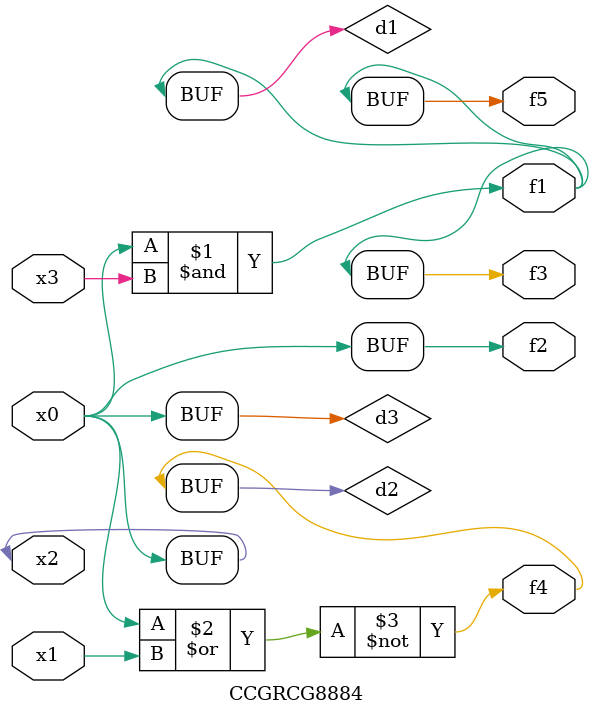
<source format=v>
module CCGRCG8884(
	input x0, x1, x2, x3,
	output f1, f2, f3, f4, f5
);

	wire d1, d2, d3;

	and (d1, x2, x3);
	nor (d2, x0, x1);
	buf (d3, x0, x2);
	assign f1 = d1;
	assign f2 = d3;
	assign f3 = d1;
	assign f4 = d2;
	assign f5 = d1;
endmodule

</source>
